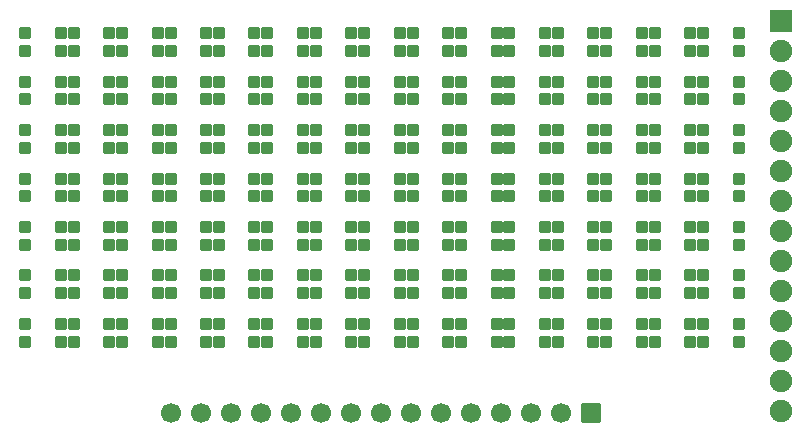
<source format=gts>
G04 Layer: TopSolderMaskLayer*
G04 EasyEDA Pro v2.1.21.9b64d12f.b3811b, 2024-04-08 20:46:48*
G04 Gerber Generator version 0.3*
G04 Scale: 100 percent, Rotated: No, Reflected: No*
G04 Dimensions in millimeters*
G04 Leading zeros omitted, absolute positions, 3 integers and 3 decimals*
%FSLAX33Y33*%
%MOMM*%
%AMRoundRect*1,1,$1,$2,$3*1,1,$1,$4,$5*1,1,$1,0-$2,0-$3*1,1,$1,0-$4,0-$5*20,1,$1,$2,$3,$4,$5,0*20,1,$1,$4,$5,0-$2,0-$3,0*20,1,$1,0-$2,0-$3,0-$4,0-$5,0*20,1,$1,0-$4,0-$5,$2,$3,0*4,1,4,$2,$3,$4,$5,0-$2,0-$3,0-$4,0-$5,$2,$3,0*%
%ADD10C,1.902*%
%ADD11RoundRect,0.096X0.903X0.903X0.903X-0.903*%
%ADD12RoundRect,0.094X0.803X-0.803X-0.803X-0.803*%
%ADD13C,1.7*%
%ADD14RoundRect,0.091X-0.455X-0.455X-0.455X0.455*%
G75*


G04 Pad Start*
G54D10*
G01X62484Y-31242D03*
G01X62484Y-28702D03*
G01X62484Y-26162D03*
G01X62484Y-23622D03*
G01X62484Y-21082D03*
G01X62484Y-18542D03*
G01X62484Y-16002D03*
G01X62484Y-13462D03*
G01X62484Y-10922D03*
G01X62484Y-8382D03*
G01X62484Y-5842D03*
G01X62484Y-3302D03*
G01X62484Y-762D03*
G54D11*
G01X62484Y1778D03*
G54D12*
G01X46390Y-31369D03*
G54D13*
G01X43850Y-31369D03*
G01X41310Y-31369D03*
G01X38770Y-31369D03*
G01X36230Y-31369D03*
G01X33690Y-31369D03*
G01X31150Y-31369D03*
G01X28610Y-31369D03*
G01X26070Y-31369D03*
G01X23530Y-31369D03*
G01X20990Y-31369D03*
G01X18450Y-31369D03*
G01X15910Y-31369D03*
G01X13370Y-31369D03*
G01X10830Y-31369D03*
G54D14*
G01X1500Y-750D03*
G01X-1500Y-750D03*
G01X-1500Y750D03*
G01X1500Y750D03*
G01X5600Y-750D03*
G01X2600Y-750D03*
G01X2600Y750D03*
G01X5600Y750D03*
G01X9700Y-750D03*
G01X6700Y-750D03*
G01X6700Y750D03*
G01X9700Y750D03*
G01X13800Y-750D03*
G01X10800Y-750D03*
G01X10800Y750D03*
G01X13800Y750D03*
G01X17900Y-750D03*
G01X14900Y-750D03*
G01X14900Y750D03*
G01X17900Y750D03*
G01X1500Y-4850D03*
G01X-1500Y-4850D03*
G01X-1500Y-3350D03*
G01X1500Y-3350D03*
G01X5600Y-4850D03*
G01X2600Y-4850D03*
G01X2600Y-3350D03*
G01X5600Y-3350D03*
G01X9700Y-4850D03*
G01X6700Y-4850D03*
G01X6700Y-3350D03*
G01X9700Y-3350D03*
G01X13800Y-4850D03*
G01X10800Y-4850D03*
G01X10800Y-3350D03*
G01X13800Y-3350D03*
G01X17900Y-4850D03*
G01X14900Y-4850D03*
G01X14900Y-3350D03*
G01X17900Y-3350D03*
G01X1500Y-8950D03*
G01X-1500Y-8950D03*
G01X-1500Y-7450D03*
G01X1500Y-7450D03*
G01X5600Y-8950D03*
G01X2600Y-8950D03*
G01X2600Y-7450D03*
G01X5600Y-7450D03*
G01X9700Y-8950D03*
G01X6700Y-8950D03*
G01X6700Y-7450D03*
G01X9700Y-7450D03*
G01X13800Y-8950D03*
G01X10800Y-8950D03*
G01X10800Y-7450D03*
G01X13800Y-7450D03*
G01X17900Y-8950D03*
G01X14900Y-8950D03*
G01X14900Y-7450D03*
G01X17900Y-7450D03*
G01X1500Y-13050D03*
G01X-1500Y-13050D03*
G01X-1500Y-11550D03*
G01X1500Y-11550D03*
G01X5600Y-13050D03*
G01X2600Y-13050D03*
G01X2600Y-11550D03*
G01X5600Y-11550D03*
G01X9700Y-13050D03*
G01X6700Y-13050D03*
G01X6700Y-11550D03*
G01X9700Y-11550D03*
G01X13800Y-13050D03*
G01X10800Y-13050D03*
G01X10800Y-11550D03*
G01X13800Y-11550D03*
G01X17900Y-13050D03*
G01X14900Y-13050D03*
G01X14900Y-11550D03*
G01X17900Y-11550D03*
G01X1500Y-17150D03*
G01X-1500Y-17150D03*
G01X-1500Y-15650D03*
G01X1500Y-15650D03*
G01X5600Y-17150D03*
G01X2600Y-17150D03*
G01X2600Y-15650D03*
G01X5600Y-15650D03*
G01X9700Y-17150D03*
G01X6700Y-17150D03*
G01X6700Y-15650D03*
G01X9700Y-15650D03*
G01X13800Y-17150D03*
G01X10800Y-17150D03*
G01X10800Y-15650D03*
G01X13800Y-15650D03*
G01X17900Y-17150D03*
G01X14900Y-17150D03*
G01X14900Y-15650D03*
G01X17900Y-15650D03*
G01X1500Y-21250D03*
G01X-1500Y-21250D03*
G01X-1500Y-19750D03*
G01X1500Y-19750D03*
G01X5600Y-21250D03*
G01X2600Y-21250D03*
G01X2600Y-19750D03*
G01X5600Y-19750D03*
G01X9700Y-21250D03*
G01X6700Y-21250D03*
G01X6700Y-19750D03*
G01X9700Y-19750D03*
G01X13800Y-21250D03*
G01X10800Y-21250D03*
G01X10800Y-19750D03*
G01X13800Y-19750D03*
G01X17900Y-21250D03*
G01X14900Y-21250D03*
G01X14900Y-19750D03*
G01X17900Y-19750D03*
G01X1500Y-25350D03*
G01X-1500Y-25350D03*
G01X-1500Y-23850D03*
G01X1500Y-23850D03*
G01X5600Y-25350D03*
G01X2600Y-25350D03*
G01X2600Y-23850D03*
G01X5600Y-23850D03*
G01X9700Y-25350D03*
G01X6700Y-25350D03*
G01X6700Y-23850D03*
G01X9700Y-23850D03*
G01X13800Y-25350D03*
G01X10800Y-25350D03*
G01X10800Y-23850D03*
G01X13800Y-23850D03*
G01X17900Y-25350D03*
G01X14900Y-25350D03*
G01X14900Y-23850D03*
G01X17900Y-23850D03*
G01X22000Y-750D03*
G01X19000Y-750D03*
G01X19000Y750D03*
G01X22000Y750D03*
G01X26100Y-750D03*
G01X23100Y-750D03*
G01X23100Y750D03*
G01X26100Y750D03*
G01X30200Y-750D03*
G01X27200Y-750D03*
G01X27200Y750D03*
G01X30200Y750D03*
G01X34300Y-750D03*
G01X31300Y-750D03*
G01X31300Y750D03*
G01X34300Y750D03*
G01X38400Y-750D03*
G01X35400Y-750D03*
G01X35400Y750D03*
G01X38400Y750D03*
G01X22000Y-4850D03*
G01X19000Y-4850D03*
G01X19000Y-3350D03*
G01X22000Y-3350D03*
G01X26100Y-4850D03*
G01X23100Y-4850D03*
G01X23100Y-3350D03*
G01X26100Y-3350D03*
G01X30200Y-4850D03*
G01X27200Y-4850D03*
G01X27200Y-3350D03*
G01X30200Y-3350D03*
G01X34300Y-4850D03*
G01X31300Y-4850D03*
G01X31300Y-3350D03*
G01X34300Y-3350D03*
G01X38400Y-4850D03*
G01X35400Y-4850D03*
G01X35400Y-3350D03*
G01X38400Y-3350D03*
G01X22000Y-8950D03*
G01X19000Y-8950D03*
G01X19000Y-7450D03*
G01X22000Y-7450D03*
G01X26100Y-8950D03*
G01X23100Y-8950D03*
G01X23100Y-7450D03*
G01X26100Y-7450D03*
G01X30200Y-8950D03*
G01X27200Y-8950D03*
G01X27200Y-7450D03*
G01X30200Y-7450D03*
G01X34300Y-8950D03*
G01X31300Y-8950D03*
G01X31300Y-7450D03*
G01X34300Y-7450D03*
G01X38400Y-8950D03*
G01X35400Y-8950D03*
G01X35400Y-7450D03*
G01X38400Y-7450D03*
G01X22000Y-13050D03*
G01X19000Y-13050D03*
G01X19000Y-11550D03*
G01X22000Y-11550D03*
G01X26100Y-13050D03*
G01X23100Y-13050D03*
G01X23100Y-11550D03*
G01X26100Y-11550D03*
G01X30200Y-13050D03*
G01X27200Y-13050D03*
G01X27200Y-11550D03*
G01X30200Y-11550D03*
G01X34300Y-13050D03*
G01X31300Y-13050D03*
G01X31300Y-11550D03*
G01X34300Y-11550D03*
G01X38400Y-13050D03*
G01X35400Y-13050D03*
G01X35400Y-11550D03*
G01X38400Y-11550D03*
G01X22000Y-17150D03*
G01X19000Y-17150D03*
G01X19000Y-15650D03*
G01X22000Y-15650D03*
G01X26100Y-17150D03*
G01X23100Y-17150D03*
G01X23100Y-15650D03*
G01X26100Y-15650D03*
G01X30200Y-17150D03*
G01X27200Y-17150D03*
G01X27200Y-15650D03*
G01X30200Y-15650D03*
G01X34300Y-17150D03*
G01X31300Y-17150D03*
G01X31300Y-15650D03*
G01X34300Y-15650D03*
G01X38400Y-17150D03*
G01X35400Y-17150D03*
G01X35400Y-15650D03*
G01X38400Y-15650D03*
G01X22000Y-21250D03*
G01X19000Y-21250D03*
G01X19000Y-19750D03*
G01X22000Y-19750D03*
G01X26100Y-21250D03*
G01X23100Y-21250D03*
G01X23100Y-19750D03*
G01X26100Y-19750D03*
G01X30200Y-21250D03*
G01X27200Y-21250D03*
G01X27200Y-19750D03*
G01X30200Y-19750D03*
G01X34300Y-21250D03*
G01X31300Y-21250D03*
G01X31300Y-19750D03*
G01X34300Y-19750D03*
G01X38400Y-21250D03*
G01X35400Y-21250D03*
G01X35400Y-19750D03*
G01X38400Y-19750D03*
G01X22000Y-25350D03*
G01X19000Y-25350D03*
G01X19000Y-23850D03*
G01X22000Y-23850D03*
G01X26100Y-25350D03*
G01X23100Y-25350D03*
G01X23100Y-23850D03*
G01X26100Y-23850D03*
G01X30200Y-25350D03*
G01X27200Y-25350D03*
G01X27200Y-23850D03*
G01X30200Y-23850D03*
G01X34300Y-25350D03*
G01X31300Y-25350D03*
G01X31300Y-23850D03*
G01X34300Y-23850D03*
G01X38400Y-25350D03*
G01X35400Y-25350D03*
G01X35400Y-23850D03*
G01X38400Y-23850D03*
G01X42500Y-750D03*
G01X39500Y-750D03*
G01X39500Y750D03*
G01X42500Y750D03*
G01X46600Y-750D03*
G01X43600Y-750D03*
G01X43600Y750D03*
G01X46600Y750D03*
G01X50700Y-750D03*
G01X47700Y-750D03*
G01X47700Y750D03*
G01X50700Y750D03*
G01X54800Y-750D03*
G01X51800Y-750D03*
G01X51800Y750D03*
G01X54800Y750D03*
G01X58900Y-750D03*
G01X55900Y-750D03*
G01X55900Y750D03*
G01X58900Y750D03*
G01X42500Y-4850D03*
G01X39500Y-4850D03*
G01X39500Y-3350D03*
G01X42500Y-3350D03*
G01X46600Y-4850D03*
G01X43600Y-4850D03*
G01X43600Y-3350D03*
G01X46600Y-3350D03*
G01X50700Y-4850D03*
G01X47700Y-4850D03*
G01X47700Y-3350D03*
G01X50700Y-3350D03*
G01X54800Y-4850D03*
G01X51800Y-4850D03*
G01X51800Y-3350D03*
G01X54800Y-3350D03*
G01X58900Y-4850D03*
G01X55900Y-4850D03*
G01X55900Y-3350D03*
G01X58900Y-3350D03*
G01X42500Y-8950D03*
G01X39500Y-8950D03*
G01X39500Y-7450D03*
G01X42500Y-7450D03*
G01X46600Y-8950D03*
G01X43600Y-8950D03*
G01X43600Y-7450D03*
G01X46600Y-7450D03*
G01X50700Y-8950D03*
G01X47700Y-8950D03*
G01X47700Y-7450D03*
G01X50700Y-7450D03*
G01X54800Y-8950D03*
G01X51800Y-8950D03*
G01X51800Y-7450D03*
G01X54800Y-7450D03*
G01X58900Y-8950D03*
G01X55900Y-8950D03*
G01X55900Y-7450D03*
G01X58900Y-7450D03*
G01X42500Y-13050D03*
G01X39500Y-13050D03*
G01X39500Y-11550D03*
G01X42500Y-11550D03*
G01X46600Y-13050D03*
G01X43600Y-13050D03*
G01X43600Y-11550D03*
G01X46600Y-11550D03*
G01X50700Y-13050D03*
G01X47700Y-13050D03*
G01X47700Y-11550D03*
G01X50700Y-11550D03*
G01X54800Y-13050D03*
G01X51800Y-13050D03*
G01X51800Y-11550D03*
G01X54800Y-11550D03*
G01X58900Y-13050D03*
G01X55900Y-13050D03*
G01X55900Y-11550D03*
G01X58900Y-11550D03*
G01X42500Y-17150D03*
G01X39500Y-17150D03*
G01X39500Y-15650D03*
G01X42500Y-15650D03*
G01X46600Y-17150D03*
G01X43600Y-17150D03*
G01X43600Y-15650D03*
G01X46600Y-15650D03*
G01X50700Y-17150D03*
G01X47700Y-17150D03*
G01X47700Y-15650D03*
G01X50700Y-15650D03*
G01X54800Y-17150D03*
G01X51800Y-17150D03*
G01X51800Y-15650D03*
G01X54800Y-15650D03*
G01X58900Y-17150D03*
G01X55900Y-17150D03*
G01X55900Y-15650D03*
G01X58900Y-15650D03*
G01X42500Y-21250D03*
G01X39500Y-21250D03*
G01X39500Y-19750D03*
G01X42500Y-19750D03*
G01X46600Y-21250D03*
G01X43600Y-21250D03*
G01X43600Y-19750D03*
G01X46600Y-19750D03*
G01X50700Y-21250D03*
G01X47700Y-21250D03*
G01X47700Y-19750D03*
G01X50700Y-19750D03*
G01X54800Y-21250D03*
G01X51800Y-21250D03*
G01X51800Y-19750D03*
G01X54800Y-19750D03*
G01X58900Y-21250D03*
G01X55900Y-21250D03*
G01X55900Y-19750D03*
G01X58900Y-19750D03*
G01X42500Y-25350D03*
G01X39500Y-25350D03*
G01X39500Y-23850D03*
G01X42500Y-23850D03*
G01X46600Y-25350D03*
G01X43600Y-25350D03*
G01X43600Y-23850D03*
G01X46600Y-23850D03*
G01X50700Y-25350D03*
G01X47700Y-25350D03*
G01X47700Y-23850D03*
G01X50700Y-23850D03*
G01X54800Y-25350D03*
G01X51800Y-25350D03*
G01X51800Y-23850D03*
G01X54800Y-23850D03*
G01X58900Y-25350D03*
G01X55900Y-25350D03*
G01X55900Y-23850D03*
G01X58900Y-23850D03*
G04 Pad End*

M02*

</source>
